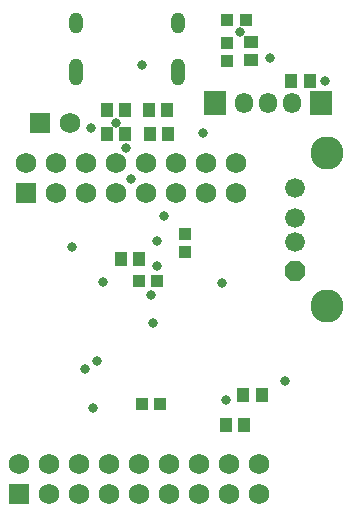
<source format=gbs>
G04*
G04 #@! TF.GenerationSoftware,Altium Limited,Altium Designer,23.5.1 (21)*
G04*
G04 Layer_Color=16711935*
%FSLAX44Y44*%
%MOMM*%
G71*
G04*
G04 #@! TF.SameCoordinates,3DE8B106-AB94-4B2A-A5C1-010116C31EDB*
G04*
G04*
G04 #@! TF.FilePolarity,Negative*
G04*
G01*
G75*
%ADD35R,1.1832X1.1332*%
%ADD40R,1.1332X1.1832*%
%ADD44O,1.2032X1.8032*%
%ADD45O,1.2032X2.3032*%
%ADD46R,1.7272X1.7272*%
%ADD47C,1.7272*%
%ADD48C,2.8032*%
%ADD49C,1.6764*%
G04:AMPARAMS|DCode=50|XSize=1.6764mm|YSize=1.6764mm|CornerRadius=0mm|HoleSize=0mm|Usage=FLASHONLY|Rotation=90.000|XOffset=0mm|YOffset=0mm|HoleType=Round|Shape=Octagon|*
%AMOCTAGOND50*
4,1,8,0.4191,0.8382,-0.4191,0.8382,-0.8382,0.4191,-0.8382,-0.4191,-0.4191,-0.8382,0.4191,-0.8382,0.8382,-0.4191,0.8382,0.4191,0.4191,0.8382,0.0*
%
%ADD50OCTAGOND50*%

%ADD51R,1.9532X2.1032*%
%ADD52O,1.5240X1.7272*%
%ADD53C,0.8382*%
%ADD66R,1.0316X1.0816*%
%ADD67R,1.0816X1.0316*%
D35*
X1142148Y948018D02*
D03*
Y932618D02*
D03*
D40*
X1120996Y623824D02*
D03*
X1136396D02*
D03*
X1072040Y870712D02*
D03*
X1056640D02*
D03*
X1071626Y890524D02*
D03*
X1056226D02*
D03*
X1035812Y869950D02*
D03*
X1020412D02*
D03*
X1151382Y649478D02*
D03*
X1135982D02*
D03*
X1176622Y915416D02*
D03*
X1192022D02*
D03*
X1032002Y764794D02*
D03*
X1047402D02*
D03*
X1020318Y890524D02*
D03*
X1035718D02*
D03*
D44*
X993902Y964438D02*
D03*
X1080302D02*
D03*
D45*
Y922638D02*
D03*
X993902D02*
D03*
D46*
X952246Y820674D02*
D03*
X945642Y565912D02*
D03*
X963676Y879856D02*
D03*
D47*
X977646Y820674D02*
D03*
Y846074D02*
D03*
X1003046Y820674D02*
D03*
X1130046Y846074D02*
D03*
Y820674D02*
D03*
X1104646Y846074D02*
D03*
X1148842Y565912D02*
D03*
Y591312D02*
D03*
X945642D02*
D03*
X971042Y565912D02*
D03*
Y591312D02*
D03*
X996442Y565912D02*
D03*
Y591312D02*
D03*
X1021842Y565912D02*
D03*
Y591312D02*
D03*
X1047242Y565912D02*
D03*
Y591312D02*
D03*
X1072642Y565912D02*
D03*
Y591312D02*
D03*
X1098042Y565912D02*
D03*
Y591312D02*
D03*
X1123442Y565912D02*
D03*
Y591312D02*
D03*
X989076Y879856D02*
D03*
X1079246Y820674D02*
D03*
Y846074D02*
D03*
X1104646Y820674D02*
D03*
X1053846Y846074D02*
D03*
Y820674D02*
D03*
X1028446Y846074D02*
D03*
Y820674D02*
D03*
X1003046Y846074D02*
D03*
X952246D02*
D03*
D48*
X1207084Y854272D02*
D03*
Y724272D02*
D03*
D49*
X1180084Y824272D02*
D03*
Y779272D02*
D03*
Y799272D02*
D03*
D50*
Y754272D02*
D03*
D51*
X1111716Y896366D02*
D03*
X1201716D02*
D03*
D52*
X1136716D02*
D03*
X1176716D02*
D03*
X1156716D02*
D03*
D53*
X1017270Y745236D02*
D03*
X1059180Y710692D02*
D03*
X1008888Y638048D02*
D03*
X1062990Y758952D02*
D03*
X1120902Y645414D02*
D03*
X1204722Y914908D02*
D03*
X1036574Y858774D02*
D03*
X1041146Y831850D02*
D03*
X1027938Y879348D02*
D03*
X1007110Y875538D02*
D03*
X1133094Y957072D02*
D03*
X1117600Y743966D02*
D03*
X1101598Y871220D02*
D03*
X1012190Y677926D02*
D03*
X1170940Y661162D02*
D03*
X1002284Y671068D02*
D03*
X1057738Y734232D02*
D03*
X990854Y774446D02*
D03*
X1158658Y934302D02*
D03*
X1062482Y780034D02*
D03*
X1049782Y928878D02*
D03*
X1068832Y800862D02*
D03*
D66*
X1137826Y967232D02*
D03*
X1122426D02*
D03*
X1065690Y641350D02*
D03*
X1063150Y745998D02*
D03*
X1050290Y641350D02*
D03*
X1047750Y745998D02*
D03*
D67*
X1086866Y770382D02*
D03*
X1121918Y947166D02*
D03*
Y931766D02*
D03*
X1086866Y785782D02*
D03*
M02*

</source>
